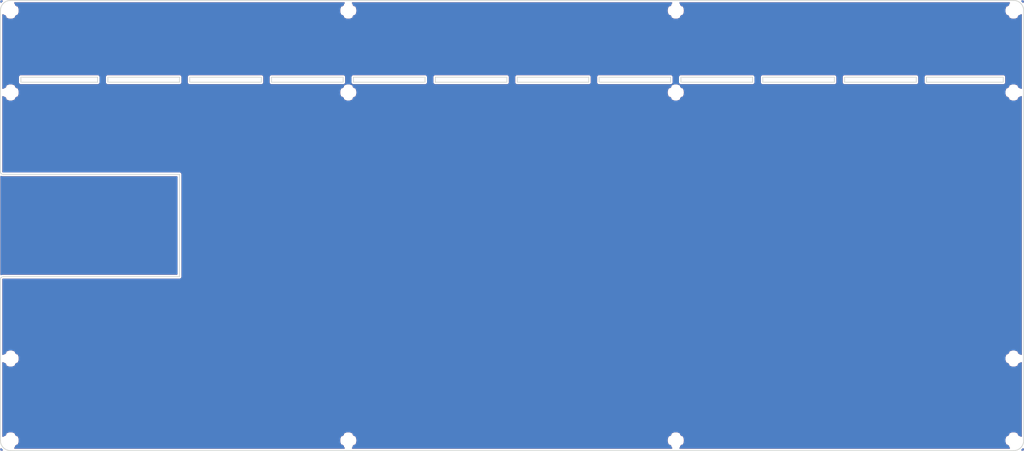
<source format=kicad_pcb>
(kicad_pcb (version 20171130) (host pcbnew "(5.0.2)-1")
  (title_block (title "Ukiha Keyboard") (rev 2) (company @e3w2q))
  (layers (0 F.Cu signal) (31 B.Cu signal) (34 B.Paste user) (35 F.Paste user) (36 B.SilkS user) (37 F.SilkS user) (38 B.Mask user) (39 F.Mask user) (44 Edge.Cuts user))
  (net 0 "")
  (module "#footprint:M2_Hole" (layer F.Cu) (at 159.102501 54.80625)
    (fp_text reference "" hide)
    (fp_text value "" hide)
    (pad "" np_thru_hole circle (at 0 0) (size 2.14 2.14) (drill 2.14) (layers *.Cu *.Mask))
  )
  (module "#footprint:M2_Hole" (layer F.Cu) (at 95.102501 54.80625)
    (fp_text reference "" hide)
    (fp_text value "" hide)
    (pad "" np_thru_hole circle (at 0 0) (size 2.14 2.14) (drill 2.14) (layers *.Cu *.Mask))
  )
  (module "#footprint:M2_Hole" (layer F.Cu) (at 95.102501 122.80625)
    (fp_text reference "" hide)
    (fp_text value "" hide)
    (pad "" np_thru_hole circle (at 0 0) (size 2.14 2.14) (drill 2.14) (layers *.Cu *.Mask))
  )
  (module "#footprint:M2_Hole" (layer F.Cu) (at 159.102501 122.80625)
    (fp_text reference "" hide)
    (fp_text value "" hide)
    (pad "" np_thru_hole circle (at 0 0) (size 2.14 2.14) (drill 2.14) (layers *.Cu *.Mask))
  )
  (module "#footprint:M2_Hole" (layer F.Cu) (at 159.102501 38.80625)
    (fp_text reference "" hide)
    (fp_text value "" hide)
    (pad "" np_thru_hole circle (at 0 0) (size 2.14 2.14) (drill 2.14) (layers *.Cu *.Mask))
  )
  (module "#footprint:M2_Hole" (layer F.Cu) (at 95.102501 38.80625)
    (fp_text reference "" hide)
    (fp_text value "" hide)
    (pad "" np_thru_hole circle (at 0 0) (size 2.14 2.14) (drill 2.14) (layers *.Cu *.Mask))
  )
  (module "#footprint:M2_Hole" (layer F.Cu) (at 225.102501 38.80625)
    (fp_text reference "" hide)
    (fp_text value "" hide)
    (pad "" np_thru_hole circle (at 0 0) (size 2.14 2.14) (drill 2.14) (layers *.Cu *.Mask))
  )
  (module "#footprint:M2_Hole" (layer F.Cu) (at 225.102501 54.80625)
    (fp_text reference "" hide)
    (fp_text value "" hide)
    (pad "" np_thru_hole circle (at 0 0) (size 2.14 2.14) (drill 2.14) (layers *.Cu *.Mask))
  )
  (module "#footprint:M2_Hole" (layer F.Cu) (at 225.102501 122.80625)
    (fp_text reference "" hide)
    (fp_text value "" hide)
    (pad "" np_thru_hole circle (at 0 0) (size 2.14 2.14) (drill 2.14) (layers *.Cu *.Mask))
  )
  (module "#footprint:M2_Hole" (layer F.Cu) (at 225.102501 106.80625)
    (fp_text reference "" hide)
    (fp_text value "" hide)
    (pad "" np_thru_hole circle (at 0 0) (size 2.14 2.14) (drill 2.14) (layers *.Cu *.Mask))
  )
  (module "#footprint:M2_Hole" (layer F.Cu) (at 29.102501 106.80625)
    (fp_text reference "" hide)
    (fp_text value "" hide)
    (pad "" np_thru_hole circle (at 0 0) (size 2.14 2.14) (drill 2.14) (layers *.Cu *.Mask))
  )
  (module "#footprint:M2_Hole" (layer F.Cu) (at 29.102501 122.80625)
    (fp_text reference "" hide)
    (fp_text value "" hide)
    (pad "" np_thru_hole circle (at 0 0) (size 2.14 2.14) (drill 2.14) (layers *.Cu *.Mask))
  )
  (module "#footprint:M2_Hole" (layer F.Cu) (at 29.102501 54.80625)
    (fp_text reference "" hide)
    (fp_text value "" hide)
    (pad "" np_thru_hole circle (at 0 0) (size 2.14 2.14) (drill 2.14) (layers *.Cu *.Mask))
  )
  (module "#footprint:M2_Hole" (layer F.Cu) (at 29.102501 38.80625)
    (fp_text reference "" hide)
    (fp_text value "" hide)
    (pad "" np_thru_hole circle (at 0 0) (size 2.14 2.14) (drill 2.14) (layers *.Cu *.Mask))
  )
  (module "#footprint:ukiha3" (layer B.Cu) (at 125.602501 90.80625 180)
    (fp_text reference G*** hide)
    (fp_text value LOGO hide)
  )
  (gr_arc (start 27.602501 70.30625) (end 27.102501 70.30625) (angle -90) (layer Edge.Cuts) (width 0.15))
  (gr_arc (start 27.602501 91.30625) (end 27.602501 90.80625) (angle -90) (layer Edge.Cuts) (width 0.15))
  (gr_line (start 27.102501 91.30625) (end 27.102501 122.80625) (layer Edge.Cuts) (width 0.15))
  (gr_line (start 62.102501 90.80625) (end 27.602501 90.80625) (layer Edge.Cuts) (width 0.15))
  (gr_line (start 62.102501 70.80625) (end 62.102501 90.80625) (layer Edge.Cuts) (width 0.15))
  (gr_line (start 27.602501 70.80625) (end 62.102501 70.80625) (layer Edge.Cuts) (width 0.15))
  (gr_line (start 80.102501 51.80625) (end 80.102501 52.80625) (layer Edge.Cuts) (width 0.15))
  (gr_line (start 31.102501 52.80625) (end 46.102501 52.80625) (layer Edge.Cuts) (width 0.15))
  (gr_line (start 94.102501 51.80625) (end 80.102501 51.80625) (layer Edge.Cuts) (width 0.15))
  (gr_line (start 94.102501 52.80625) (end 94.102501 51.80625) (layer Edge.Cuts) (width 0.15))
  (gr_line (start 64.102501 52.80625) (end 78.102501 52.80625) (layer Edge.Cuts) (width 0.15))
  (gr_line (start 78.102501 51.80625) (end 64.102501 51.80625) (layer Edge.Cuts) (width 0.15))
  (gr_line (start 46.102501 51.80625) (end 31.102501 51.80625) (layer Edge.Cuts) (width 0.15))
  (gr_line (start 64.102501 51.80625) (end 64.102501 52.80625) (layer Edge.Cuts) (width 0.15))
  (gr_line (start 48.102501 51.80625) (end 48.102501 52.80625) (layer Edge.Cuts) (width 0.15))
  (gr_line (start 62.102501 51.80625) (end 48.102501 51.80625) (layer Edge.Cuts) (width 0.15))
  (gr_line (start 80.102501 52.80625) (end 94.102501 52.80625) (layer Edge.Cuts) (width 0.15))
  (gr_line (start 48.102501 52.80625) (end 62.102501 52.80625) (layer Edge.Cuts) (width 0.15))
  (gr_line (start 62.102501 52.80625) (end 62.102501 51.80625) (layer Edge.Cuts) (width 0.15))
  (gr_line (start 46.102501 52.80625) (end 46.102501 51.80625) (layer Edge.Cuts) (width 0.15))
  (gr_line (start 78.102501 52.80625) (end 78.102501 51.80625) (layer Edge.Cuts) (width 0.15))
  (gr_line (start 126.102501 51.80625) (end 112.102501 51.80625) (layer Edge.Cuts) (width 0.15))
  (gr_line (start 96.102501 52.80625) (end 110.102501 52.80625) (layer Edge.Cuts) (width 0.15))
  (gr_line (start 142.102501 51.80625) (end 128.102501 51.80625) (layer Edge.Cuts) (width 0.15))
  (gr_line (start 144.102501 52.80625) (end 158.102501 52.80625) (layer Edge.Cuts) (width 0.15))
  (gr_line (start 174.102501 51.80625) (end 160.102501 51.80625) (layer Edge.Cuts) (width 0.15))
  (gr_line (start 174.102501 52.80625) (end 174.102501 51.80625) (layer Edge.Cuts) (width 0.15))
  (gr_line (start 160.102501 52.80625) (end 174.102501 52.80625) (layer Edge.Cuts) (width 0.15))
  (gr_line (start 112.102501 51.80625) (end 112.102501 52.80625) (layer Edge.Cuts) (width 0.15))
  (gr_line (start 110.102501 51.80625) (end 96.102501 51.80625) (layer Edge.Cuts) (width 0.15))
  (gr_line (start 96.102501 51.80625) (end 96.102501 52.80625) (layer Edge.Cuts) (width 0.15))
  (gr_line (start 126.102501 52.80625) (end 126.102501 51.80625) (layer Edge.Cuts) (width 0.15))
  (gr_line (start 142.102501 52.80625) (end 142.102501 51.80625) (layer Edge.Cuts) (width 0.15))
  (gr_line (start 158.102501 51.80625) (end 144.102501 51.80625) (layer Edge.Cuts) (width 0.15))
  (gr_line (start 144.102501 51.80625) (end 144.102501 52.80625) (layer Edge.Cuts) (width 0.15))
  (gr_line (start 190.102501 52.80625) (end 190.102501 51.80625) (layer Edge.Cuts) (width 0.15))
  (gr_line (start 128.102501 51.80625) (end 128.102501 52.80625) (layer Edge.Cuts) (width 0.15))
  (gr_line (start 128.102501 52.80625) (end 142.102501 52.80625) (layer Edge.Cuts) (width 0.15))
  (gr_line (start 110.102501 52.80625) (end 110.102501 51.80625) (layer Edge.Cuts) (width 0.15))
  (gr_line (start 160.102501 51.80625) (end 160.102501 52.80625) (layer Edge.Cuts) (width 0.15))
  (gr_line (start 176.102501 51.80625) (end 176.102501 52.80625) (layer Edge.Cuts) (width 0.15))
  (gr_line (start 158.102501 52.80625) (end 158.102501 51.80625) (layer Edge.Cuts) (width 0.15))
  (gr_line (start 176.102501 52.80625) (end 190.102501 52.80625) (layer Edge.Cuts) (width 0.15))
  (gr_line (start 112.102501 52.80625) (end 126.102501 52.80625) (layer Edge.Cuts) (width 0.15))
  (gr_line (start 208.102501 52.80625) (end 223.102501 52.80625) (layer Edge.Cuts) (width 0.15))
  (gr_line (start 208.102501 51.80625) (end 208.102501 52.80625) (layer Edge.Cuts) (width 0.15))
  (gr_line (start 190.102501 51.80625) (end 176.102501 51.80625) (layer Edge.Cuts) (width 0.15))
  (gr_line (start 192.102501 52.80625) (end 206.102501 52.80625) (layer Edge.Cuts) (width 0.15))
  (gr_line (start 192.102501 51.80625) (end 192.102501 52.80625) (layer Edge.Cuts) (width 0.15))
  (gr_line (start 206.102501 51.80625) (end 192.102501 51.80625) (layer Edge.Cuts) (width 0.15))
  (gr_line (start 223.102501 51.80625) (end 208.102501 51.80625) (layer Edge.Cuts) (width 0.15))
  (gr_line (start 206.102501 52.80625) (end 206.102501 51.80625) (layer Edge.Cuts) (width 0.15))
  (gr_line (start 31.102501 51.80625) (end 31.102501 52.80625) (layer Edge.Cuts) (width 0.15))
  (gr_line (start 223.102501 52.80625) (end 223.102501 51.80625) (layer Edge.Cuts) (width 0.15))
  (gr_line (start 225.102501 124.80625) (end 29.102501 124.80625) (layer Edge.Cuts) (width 0.15))
  (gr_line (start 227.102501 122.80625) (end 227.102501 38.80625) (layer Edge.Cuts) (width 0.15))
  (gr_arc (start 225.102501 122.80625) (end 225.102501 124.80625) (angle -90) (layer Edge.Cuts) (width 0.15))
  (gr_line (start 29.102501 36.80625) (end 225.102501 36.80625) (layer Edge.Cuts) (width 0.15))
  (gr_arc (start 29.102501 122.80625) (end 27.102501 122.80625) (angle -90) (layer Edge.Cuts) (width 0.15))
  (gr_arc (start 29.102501 38.80625) (end 29.102501 36.80625) (angle -90) (layer Edge.Cuts) (width 0.15))
  (gr_line (start 27.102501 38.80625) (end 27.102501 70.30625) (layer Edge.Cuts) (width 0.15))
  (gr_arc (start 225.102501 38.80625) (end 227.102501 38.80625) (angle -90) (layer Edge.Cuts) (width 0.15))
  (zone (net 0) (net_name "") (layer F.Cu) (connect_pads (clearance 0.3)) (min_thickness 0.254) (fill yes (arc_segments 32) (thermal_gap 0.508) (thermal_bridge_width 0.508))
    (polygon (pts (xy 27.102501 36.80625) (xy 227.102501 36.80625) (xy 227.102501 124.80625) (xy 27.102501 124.80625)))
  )
  (zone (net 0) (net_name "") (layer B.Cu) (connect_pads (clearance 0.3)) (min_thickness 0.254) (fill yes (arc_segments 32) (thermal_gap 0.508) (thermal_bridge_width 0.508))
    (polygon (pts (xy 27.102501 36.80625) (xy 227.102501 36.80625) (xy 227.102501 124.80625) (xy 27.102501 124.80625)))
  )
)
</source>
